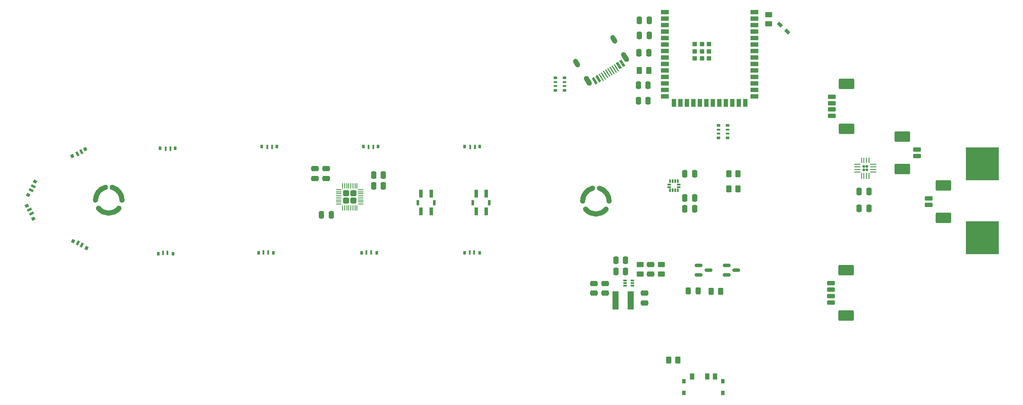
<source format=gbr>
%TF.GenerationSoftware,KiCad,Pcbnew,9.0.2*%
%TF.CreationDate,2025-07-07T16:25:27-05:00*%
%TF.ProjectId,Neoswordkicad,4e656f73-776f-4726-946b-696361642e6b,rev?*%
%TF.SameCoordinates,Original*%
%TF.FileFunction,Paste,Top*%
%TF.FilePolarity,Positive*%
%FSLAX46Y46*%
G04 Gerber Fmt 4.6, Leading zero omitted, Abs format (unit mm)*
G04 Created by KiCad (PCBNEW 9.0.2) date 2025-07-07 16:25:27*
%MOMM*%
%LPD*%
G01*
G04 APERTURE LIST*
G04 Aperture macros list*
%AMRoundRect*
0 Rectangle with rounded corners*
0 $1 Rounding radius*
0 $2 $3 $4 $5 $6 $7 $8 $9 X,Y pos of 4 corners*
0 Add a 4 corners polygon primitive as box body*
4,1,4,$2,$3,$4,$5,$6,$7,$8,$9,$2,$3,0*
0 Add four circle primitives for the rounded corners*
1,1,$1+$1,$2,$3*
1,1,$1+$1,$4,$5*
1,1,$1+$1,$6,$7*
1,1,$1+$1,$8,$9*
0 Add four rect primitives between the rounded corners*
20,1,$1+$1,$2,$3,$4,$5,0*
20,1,$1+$1,$4,$5,$6,$7,0*
20,1,$1+$1,$6,$7,$8,$9,0*
20,1,$1+$1,$8,$9,$2,$3,0*%
%AMHorizOval*
0 Thick line with rounded ends*
0 $1 width*
0 $2 $3 position (X,Y) of the first rounded end (center of the circle)*
0 $4 $5 position (X,Y) of the second rounded end (center of the circle)*
0 Add line between two ends*
20,1,$1,$2,$3,$4,$5,0*
0 Add two circle primitives to create the rounded ends*
1,1,$1,$2,$3*
1,1,$1,$4,$5*%
%AMRotRect*
0 Rectangle, with rotation*
0 The origin of the aperture is its center*
0 $1 length*
0 $2 width*
0 $3 Rotation angle, in degrees counterclockwise*
0 Add horizontal line*
21,1,$1,$2,0,0,$3*%
G04 Aperture macros list end*
%ADD10C,1.000000*%
%ADD11RotRect,0.250000X1.400000X212.500000*%
%ADD12RotRect,0.220000X1.600000X212.500000*%
%ADD13HorizOval,1.000000X-0.295515X0.463865X0.295515X-0.463865X0*%
%ADD14HorizOval,1.000000X-0.214920X0.337357X0.214920X-0.337357X0*%
%ADD15RoundRect,0.200000X0.600000X-0.200000X0.600000X0.200000X-0.600000X0.200000X-0.600000X-0.200000X0*%
%ADD16RoundRect,0.250001X1.249999X-0.799999X1.249999X0.799999X-1.249999X0.799999X-1.249999X-0.799999X0*%
%ADD17RoundRect,0.250000X-0.262500X-0.450000X0.262500X-0.450000X0.262500X0.450000X-0.262500X0.450000X0*%
%ADD18R,0.900000X0.900000*%
%ADD19R,1.500000X0.900000*%
%ADD20R,0.900000X1.500000*%
%ADD21RoundRect,0.250000X-0.250000X-0.475000X0.250000X-0.475000X0.250000X0.475000X-0.250000X0.475000X0*%
%ADD22RoundRect,0.250000X-0.450000X0.262500X-0.450000X-0.262500X0.450000X-0.262500X0.450000X0.262500X0*%
%ADD23R,0.600000X0.700000*%
%ADD24R,0.440000X0.900000*%
%ADD25RoundRect,0.243750X-0.243750X-0.456250X0.243750X-0.456250X0.243750X0.456250X-0.243750X0.456250X0*%
%ADD26R,0.500000X1.000000*%
%ADD27R,0.800000X1.500000*%
%ADD28RoundRect,0.250000X-0.475000X0.250000X-0.475000X-0.250000X0.475000X-0.250000X0.475000X0.250000X0*%
%ADD29RoundRect,0.250000X0.475000X-0.250000X0.475000X0.250000X-0.475000X0.250000X-0.475000X-0.250000X0*%
%ADD30RoundRect,0.125000X-0.125000X-0.125000X0.125000X-0.125000X0.125000X0.125000X-0.125000X0.125000X0*%
%ADD31RoundRect,0.062500X-0.512500X-0.062500X0.512500X-0.062500X0.512500X0.062500X-0.512500X0.062500X0*%
%ADD32RoundRect,0.062500X-0.062500X-0.512500X0.062500X-0.512500X0.062500X0.512500X-0.062500X0.512500X0*%
%ADD33RoundRect,0.062500X-0.062500X-0.487500X0.062500X-0.487500X0.062500X0.487500X-0.062500X0.487500X0*%
%ADD34R,0.800000X0.500000*%
%ADD35R,0.800000X0.400000*%
%ADD36RoundRect,0.150000X-0.587500X-0.150000X0.587500X-0.150000X0.587500X0.150000X-0.587500X0.150000X0*%
%ADD37RoundRect,0.250000X0.262500X0.450000X-0.262500X0.450000X-0.262500X-0.450000X0.262500X-0.450000X0*%
%ADD38R,6.400000X6.400000*%
%ADD39RoundRect,0.250001X-1.249999X0.799999X-1.249999X-0.799999X1.249999X-0.799999X1.249999X0.799999X0*%
%ADD40RoundRect,0.200000X-0.600000X0.200000X-0.600000X-0.200000X0.600000X-0.200000X0.600000X0.200000X0*%
%ADD41RotRect,0.600000X0.700000X243.000000*%
%ADD42RotRect,0.440000X0.900000X243.000000*%
%ADD43RoundRect,0.250000X0.250000X0.475000X-0.250000X0.475000X-0.250000X-0.475000X0.250000X-0.475000X0*%
%ADD44R,0.375000X0.700000*%
%ADD45R,0.700000X0.350000*%
%ADD46R,0.350000X0.700000*%
%ADD47RotRect,0.600000X0.700000X332.000000*%
%ADD48RotRect,0.440000X0.900000X332.000000*%
%ADD49RotRect,1.000000X0.600000X315.000000*%
%ADD50RoundRect,0.087500X-0.250000X-0.087500X0.250000X-0.087500X0.250000X0.087500X-0.250000X0.087500X0*%
%ADD51R,0.900000X1.250000*%
%ADD52R,0.800000X0.900000*%
%ADD53RotRect,0.600000X0.700000X208.000000*%
%ADD54RotRect,0.440000X0.900000X208.000000*%
%ADD55RoundRect,0.250000X0.335000X-0.335000X0.335000X0.335000X-0.335000X0.335000X-0.335000X-0.335000X0*%
%ADD56RoundRect,0.050000X0.050000X-0.450000X0.050000X0.450000X-0.050000X0.450000X-0.050000X-0.450000X0*%
%ADD57RoundRect,0.050000X0.450000X-0.050000X0.450000X0.050000X-0.450000X0.050000X-0.450000X-0.050000X0*%
%ADD58R,1.150000X3.600000*%
%ADD59RotRect,0.600000X0.700000X297.000000*%
%ADD60RotRect,0.440000X0.900000X297.000000*%
G04 APERTURE END LIST*
D10*
%TO.C,H4*%
X81816882Y-105525000D02*
G75*
G02*
X83750000Y-103025000I2583120J-1D01*
G01*
X85100000Y-103025001D02*
G75*
G02*
X86996150Y-105525000I-700000J-2499999D01*
G01*
X86399999Y-107125000D02*
G75*
G02*
X82400001Y-107125000I-1999999J1600000D01*
G01*
%TO.C,H5*%
X177166882Y-105700000D02*
G75*
G02*
X179100000Y-103200000I2583120J-1D01*
G01*
X180450000Y-103200001D02*
G75*
G02*
X182346150Y-105700000I-700000J-2499999D01*
G01*
X181749999Y-107300000D02*
G75*
G02*
X177750001Y-107300000I-1999999J1600000D01*
G01*
%TD*%
D11*
%TO.C,J11*%
X185036685Y-78660152D03*
X184361972Y-79089992D03*
D12*
X183340379Y-79859387D03*
X182496986Y-80396688D03*
X182075291Y-80665337D03*
X183762073Y-79590739D03*
D11*
X180102845Y-81803354D03*
X179428133Y-82233194D03*
X179638979Y-82098870D03*
X180313693Y-81669030D03*
D12*
X180810204Y-81471287D03*
X181653593Y-80933988D03*
X182918683Y-80128038D03*
X181231900Y-81202636D03*
D11*
X184151125Y-79224318D03*
X184825837Y-78794477D03*
D13*
X185499750Y-77535165D03*
D14*
X183269956Y-74035092D03*
X175983055Y-78677358D03*
D13*
X178212848Y-82177433D03*
%TD*%
D15*
%TO.C,J12*%
X244900000Y-106475000D03*
X244900000Y-105225000D03*
D16*
X247800000Y-109025000D03*
X247800000Y-102675000D03*
%TD*%
D17*
%TO.C,R8*%
X188275000Y-80150000D03*
X190100000Y-80150000D03*
%TD*%
D18*
%TO.C,U1*%
X199100000Y-75000000D03*
X199100000Y-76400000D03*
X199100000Y-77800000D03*
X200500000Y-75000000D03*
X200500000Y-76400000D03*
X200500000Y-77800000D03*
X201900000Y-75000000D03*
X201900000Y-76400000D03*
X201900000Y-77800000D03*
D19*
X193250000Y-68680000D03*
X193250000Y-69950000D03*
X193250000Y-71220000D03*
X193250000Y-72490000D03*
X193250000Y-73760000D03*
X193250000Y-75030000D03*
X193250000Y-76300000D03*
X193250000Y-77570000D03*
X193250000Y-78840000D03*
X193250000Y-80110000D03*
X193250000Y-81380000D03*
X193250000Y-82650000D03*
X193250000Y-83920000D03*
X193250000Y-85190000D03*
D20*
X195015000Y-86440000D03*
X196285000Y-86440000D03*
X197555000Y-86440000D03*
X198825000Y-86440000D03*
X200095000Y-86440000D03*
X201365000Y-86440000D03*
X202635000Y-86440000D03*
X203905000Y-86440000D03*
X205175000Y-86440000D03*
X206445000Y-86440000D03*
X207715000Y-86440000D03*
X208985000Y-86440000D03*
D19*
X210750000Y-85190000D03*
X210750000Y-83920000D03*
X210750000Y-82650000D03*
X210750000Y-81380000D03*
X210750000Y-80110000D03*
X210750000Y-78840000D03*
X210750000Y-77570000D03*
X210750000Y-76300000D03*
X210750000Y-75030000D03*
X210750000Y-73760000D03*
X210750000Y-72490000D03*
X210750000Y-71220000D03*
X210750000Y-69950000D03*
X210750000Y-68680000D03*
%TD*%
D21*
%TO.C,C19*%
X197162500Y-105100000D03*
X199062500Y-105100000D03*
%TD*%
D22*
%TO.C,R5*%
X213600000Y-69187500D03*
X213600000Y-71012500D03*
%TD*%
D21*
%TO.C,C8*%
X126050000Y-108400000D03*
X127950000Y-108400000D03*
%TD*%
D23*
%TO.C,D12*%
X134230000Y-95000000D03*
D24*
X135300000Y-95100000D03*
X136200000Y-95100000D03*
D23*
X137150000Y-95000000D03*
%TD*%
D25*
%TO.C,D1*%
X197862500Y-123350000D03*
X199737500Y-123350000D03*
%TD*%
D26*
%TO.C,SW4*%
X155703331Y-106008449D03*
X158903331Y-106008449D03*
D27*
X156303331Y-107758449D03*
X156303331Y-104258449D03*
X158303331Y-107758449D03*
X158303331Y-104258449D03*
%TD*%
D28*
%TO.C,C21*%
X190500000Y-118150000D03*
X190500000Y-120050000D03*
%TD*%
D23*
%TO.C,D3*%
X136826666Y-115900000D03*
D24*
X135756666Y-115800000D03*
X134856666Y-115800000D03*
D23*
X133906666Y-115900000D03*
%TD*%
D29*
%TO.C,C22*%
X179400000Y-123750000D03*
X179400000Y-121850000D03*
%TD*%
D30*
%TO.C,U2*%
X232180000Y-98950000D03*
X232180000Y-99570000D03*
X232800000Y-98950000D03*
X232800000Y-99570000D03*
D31*
X230940000Y-98510000D03*
X230940000Y-99010000D03*
X230940000Y-99510000D03*
X230940000Y-100010000D03*
D32*
X231740000Y-100810000D03*
X232240000Y-100810000D03*
X232740000Y-100810000D03*
X233240000Y-100810000D03*
D31*
X234040000Y-100010000D03*
X234040000Y-99510000D03*
X234040000Y-99010000D03*
X234040000Y-98510000D03*
D33*
X233240000Y-97710000D03*
X232740000Y-97710000D03*
X232240000Y-97710000D03*
X231740000Y-97710000D03*
%TD*%
D29*
%TO.C,C4*%
X126970000Y-101280000D03*
X126970000Y-99380000D03*
%TD*%
D34*
%TO.C,RN1*%
X171800000Y-81600000D03*
D35*
X171800000Y-82400000D03*
X171800000Y-83200000D03*
D34*
X171800000Y-84000000D03*
X173600000Y-84000000D03*
D35*
X173600000Y-83200000D03*
X173600000Y-82400000D03*
D34*
X173600000Y-81600000D03*
%TD*%
D36*
%TO.C,Q2*%
X199900000Y-118300000D03*
X199900000Y-120200000D03*
X201775000Y-119250000D03*
%TD*%
D23*
%TO.C,D8*%
X94480000Y-95350000D03*
D24*
X95550000Y-95450000D03*
X96450000Y-95450000D03*
D23*
X97400000Y-95350000D03*
%TD*%
D15*
%TO.C,J6*%
X225925000Y-89025000D03*
X225925000Y-87775000D03*
X225925000Y-86525000D03*
X225925000Y-85275000D03*
D16*
X228825000Y-91575000D03*
X228825000Y-82725000D03*
%TD*%
D17*
%TO.C,R1*%
X202337500Y-123400000D03*
X204162500Y-123400000D03*
%TD*%
D21*
%TO.C,C7*%
X136250000Y-102750000D03*
X138150000Y-102750000D03*
%TD*%
D37*
%TO.C,R4*%
X195812500Y-136900000D03*
X193987500Y-136900000D03*
%TD*%
D17*
%TO.C,R7*%
X205775000Y-103350000D03*
X207600000Y-103350000D03*
%TD*%
D29*
%TO.C,C23*%
X181600000Y-123750000D03*
X181600000Y-121850000D03*
%TD*%
D38*
%TO.C,J1*%
X255400000Y-112936482D03*
X255400000Y-98436482D03*
%TD*%
D39*
%TO.C,J3*%
X239700000Y-99450000D03*
X239700000Y-93100000D03*
D40*
X242600000Y-96900000D03*
X242600000Y-95650000D03*
%TD*%
D34*
%TO.C,RN4*%
X203750000Y-90925000D03*
D35*
X203750000Y-91725000D03*
X203750000Y-92525000D03*
D34*
X203750000Y-93325000D03*
X205550000Y-93325000D03*
D35*
X205550000Y-92525000D03*
X205550000Y-91725000D03*
D34*
X205550000Y-90925000D03*
%TD*%
D21*
%TO.C,C15*%
X188050000Y-83000000D03*
X189950000Y-83000000D03*
%TD*%
D41*
%TO.C,D10*%
X68621787Y-104513227D03*
D42*
X69196657Y-103605250D03*
X69605250Y-102803343D03*
D41*
X69947439Y-101911488D03*
%TD*%
D43*
%TO.C,C14*%
X185550000Y-119500000D03*
X183650000Y-119500000D03*
%TD*%
D23*
%TO.C,D4*%
X116653333Y-115900000D03*
D24*
X115583333Y-115800000D03*
X114683333Y-115800000D03*
D23*
X113733333Y-115900000D03*
%TD*%
D21*
%TO.C,C13*%
X188300000Y-73300000D03*
X190200000Y-73300000D03*
%TD*%
D15*
%TO.C,J8*%
X225800000Y-125575000D03*
X225800000Y-124325000D03*
X225800000Y-123075000D03*
X225800000Y-121825000D03*
D16*
X228700000Y-128125000D03*
X228700000Y-119275000D03*
%TD*%
D44*
%TO.C,U4*%
X194287500Y-101775000D03*
D45*
X194125000Y-102450000D03*
X194125000Y-102950000D03*
D44*
X194287500Y-103625000D03*
D46*
X194800000Y-103625000D03*
X195300000Y-103625000D03*
D44*
X195812500Y-103625000D03*
D45*
X195975000Y-102950000D03*
X195975000Y-102450000D03*
D44*
X195812500Y-101775000D03*
D46*
X195300000Y-101775000D03*
X194800000Y-101775000D03*
%TD*%
D47*
%TO.C,D5*%
X80046947Y-114911705D03*
D48*
X79149141Y-114321076D03*
X78354488Y-113898551D03*
D47*
X77468740Y-113540848D03*
%TD*%
D21*
%TO.C,C17*%
X197162500Y-100350000D03*
X199062500Y-100350000D03*
%TD*%
%TO.C,C3*%
X231300000Y-107100000D03*
X233200000Y-107100000D03*
%TD*%
D23*
%TO.C,D2*%
X157000000Y-115900000D03*
D24*
X155930000Y-115800000D03*
X155030000Y-115800000D03*
D23*
X154080000Y-115900000D03*
%TD*%
D49*
%TO.C,D14*%
X215797182Y-71126472D03*
X217211396Y-72540686D03*
%TD*%
D23*
%TO.C,D7*%
X97000000Y-116000000D03*
D24*
X95930000Y-115900000D03*
X95030000Y-115900000D03*
D23*
X94080000Y-116000000D03*
%TD*%
D17*
%TO.C,R6*%
X205775000Y-100400000D03*
X207600000Y-100400000D03*
%TD*%
D21*
%TO.C,C1*%
X188200000Y-76700000D03*
X190100000Y-76700000D03*
%TD*%
D22*
%TO.C,R2*%
X192600000Y-118187500D03*
X192600000Y-120012500D03*
%TD*%
D28*
%TO.C,C20*%
X189300000Y-123750000D03*
X189300000Y-125650000D03*
%TD*%
D26*
%TO.C,SW3*%
X144903331Y-106008449D03*
X148103331Y-106008449D03*
D27*
X145503331Y-107758449D03*
X145503331Y-104258449D03*
X147503331Y-107758449D03*
X147503331Y-104258449D03*
%TD*%
D50*
%TO.C,U6*%
X185450000Y-121300000D03*
X185450000Y-121800000D03*
X185450000Y-122300000D03*
X186875000Y-122300000D03*
X186875000Y-121800000D03*
X186875000Y-121300000D03*
%TD*%
D51*
%TO.C,SW5*%
X203055000Y-140050000D03*
X201555000Y-140050000D03*
X198555000Y-140050000D03*
D52*
X204605000Y-143325000D03*
X204605000Y-141025000D03*
X197005000Y-143325000D03*
X196995000Y-141025000D03*
%TD*%
D43*
%TO.C,C9*%
X185550000Y-117300000D03*
X183650000Y-117300000D03*
%TD*%
D53*
%TO.C,D9*%
X77246510Y-96898370D03*
D54*
X78238211Y-96484331D03*
X79032864Y-96061806D03*
D53*
X79824718Y-95527513D03*
%TD*%
D21*
%TO.C,C2*%
X231300000Y-103800000D03*
X233200000Y-103800000D03*
%TD*%
D55*
%TO.C,U3*%
X130875000Y-105625000D03*
X132325000Y-105625000D03*
X130875000Y-104175000D03*
X132325000Y-104175000D03*
D56*
X130200000Y-107050000D03*
X130600000Y-107050000D03*
X131000000Y-107050000D03*
X131400000Y-107050000D03*
X131800000Y-107050000D03*
X132200000Y-107050000D03*
X132600000Y-107050000D03*
X133000000Y-107050000D03*
D57*
X133750000Y-106300000D03*
X133750000Y-105900000D03*
X133750000Y-105500000D03*
X133750000Y-105100000D03*
X133750000Y-104700000D03*
X133750000Y-104300000D03*
X133750000Y-103900000D03*
X133750000Y-103500000D03*
D56*
X133000000Y-102750000D03*
X132600000Y-102750000D03*
X132200000Y-102750000D03*
X131800000Y-102750000D03*
X131400000Y-102750000D03*
X131000000Y-102750000D03*
X130600000Y-102750000D03*
X130200000Y-102750000D03*
D57*
X129450000Y-103500000D03*
X129450000Y-103900000D03*
X129450000Y-104300000D03*
X129450000Y-104700000D03*
X129450000Y-105100000D03*
X129450000Y-105500000D03*
X129450000Y-105900000D03*
X129450000Y-106300000D03*
%TD*%
D21*
%TO.C,C16*%
X188050000Y-86100000D03*
X189950000Y-86100000D03*
%TD*%
D29*
%TO.C,C5*%
X124720000Y-101280000D03*
X124720000Y-99380000D03*
%TD*%
D58*
%TO.C,L1*%
X186575000Y-125200000D03*
X183625000Y-125200000D03*
%TD*%
D22*
%TO.C,R3*%
X188400000Y-118187500D03*
X188400000Y-120012500D03*
%TD*%
D23*
%TO.C,D11*%
X114380000Y-95000000D03*
D24*
X115450000Y-95100000D03*
X116350000Y-95100000D03*
D23*
X117300000Y-95000000D03*
%TD*%
D21*
%TO.C,C18*%
X197162500Y-107250000D03*
X199062500Y-107250000D03*
%TD*%
D36*
%TO.C,Q1*%
X205362500Y-118287500D03*
X205362500Y-120187500D03*
X207237500Y-119237500D03*
%TD*%
D21*
%TO.C,C6*%
X136250000Y-100600000D03*
X138150000Y-100600000D03*
%TD*%
D59*
%TO.C,D6*%
X69678600Y-109195433D03*
D60*
X69281932Y-108196657D03*
X68873339Y-107394750D03*
D59*
X68352948Y-106593695D03*
%TD*%
D23*
%TO.C,D13*%
X154080000Y-95000000D03*
D24*
X155150000Y-95100000D03*
X156050000Y-95100000D03*
D23*
X157000000Y-95000000D03*
%TD*%
D21*
%TO.C,C12*%
X188300000Y-70290000D03*
X190200000Y-70290000D03*
%TD*%
M02*

</source>
